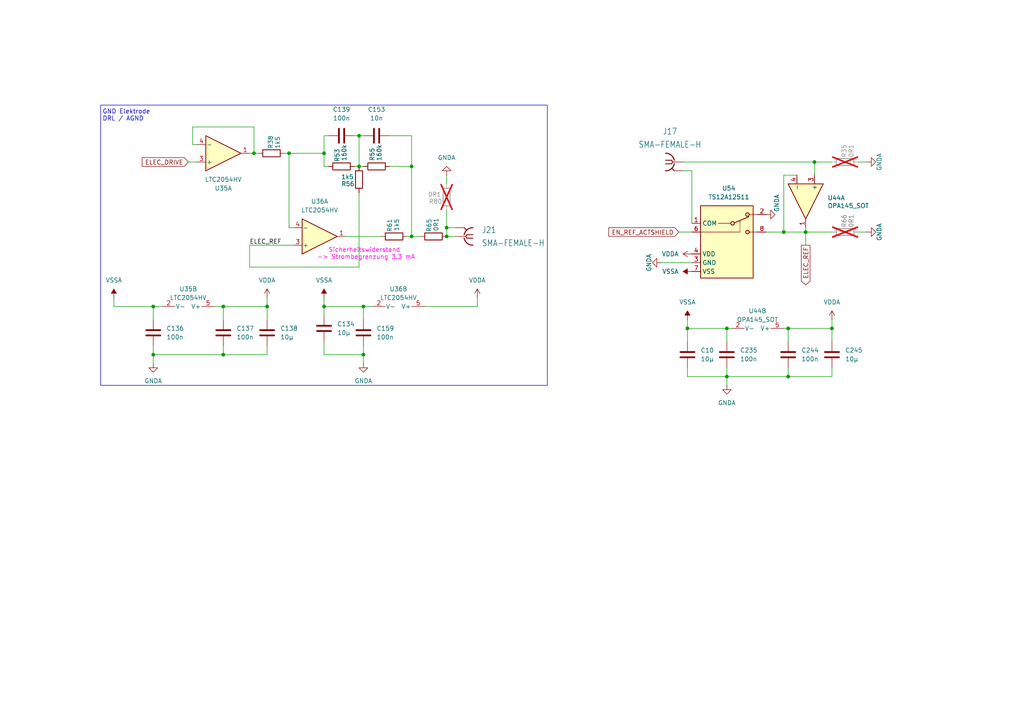
<source format=kicad_sch>
(kicad_sch (version 20250114) (generator "eeschema") (generator_version "9.0")
  (paper "A4")
  (lib_symbols
    (symbol "amplifier:LTC2054HV" (pin_names (offset 0.127)) (exclude_from_sim yes)
      (property "Reference" "U" (at 0 5.08 0))
      (property "Value" "LTC2054" (at 0 -5.08 0))
      (symbol "LTC2054HV_1_1"
        (polyline (pts (xy -5.08 5.08) (xy 5.08 0) (xy -5.08 -5.08) (xy -5.08 5.08)) (stroke (width 0.254)) (fill (type background)))
        (pin input line (at -7.62 2.54 0) (length 2.54) (name "+") (number "3"))
        (pin input line (at -7.62 -2.54 0) (length 2.54) (name "-") (number "4"))
        (pin output line (at 7.62 0 180) (length 2.54) (name "~") (number "1"))
      )
      (symbol "LTC2054HV_2_1"
        (pin power_in line (at 0 7.62 270) (length 3.81) (name "V+") (number "5"))
        (pin power_in line (at 0 -7.62 90) (length 3.81) (name "V-") (number "2"))
      )
    )
    (symbol "amplifier:OPA145_SOT" (pin_names (offset 0.127)) (exclude_from_sim yes)
      (property "Reference" "U" (at 0 5.08 0))
      (property "Value" "OPA145_SOT" (at 0 -5.08 0))
      (symbol "OPA145_SOT_1_1"
        (polyline (pts (xy -5.08 5.08) (xy 5.08 0) (xy -5.08 -5.08) (xy -5.08 5.08)) (stroke (width 0.254)) (fill (type background)))
        (pin input line (at -7.62 2.54 0) (length 2.54) (name "+") (number "3"))
        (pin input line (at -7.62 -2.54 0) (length 2.54) (name "-") (number "4"))
        (pin output line (at 7.62 0 180) (length 2.54) (name "~") (number "1"))
      )
      (symbol "OPA145_SOT_2_1"
        (pin power_in line (at 0 7.62 270) (length 3.81) (name "V+") (number "5"))
        (pin power_in line (at 0 -7.62 90) (length 3.81) (name "V-") (number "2"))
      )
    )
    (symbol "connectors:SMA-FEMALE-H" (exclude_from_sim yes)
      (property "Reference" "J" (at -2.54 3.302 0))
      (property "Value" "SMA-FEMALE-H" (at -3.048 -5.334 0))
      (symbol "SMA-FEMALE-H_1_0"
        (polyline (pts (xy -2.54 0.508) (xy -0.762 0.508)) (stroke (width 0.254)))
        (arc (start 0 -0.508) (mid -0.9022 -1.9838) (end -2.54 -2.54) (stroke (width 0.3048)))
        (arc (start -2.54 2.54) (mid -0.9022 1.9838) (end 0 0.508) (stroke (width 0.3048)))
        (polyline (pts (xy -0.762 0.508) (xy -0.508 0)) (stroke (width 0.254)))
        (polyline (pts (xy -0.762 -0.508) (xy -2.54 -0.508)) (stroke (width 0.254)))
        (polyline (pts (xy -0.508 0) (xy -0.762 -0.508)) (stroke (width 0.254)))
        (polyline (pts (xy 0 0) (xy -0.508 0)) (stroke (width 0.1524)))
        (polyline (pts (xy 0 -2.54) (xy -0.762 -1.778)) (stroke (width 0.254)))
        (pin bidirectional line (at 2.54 0 180) (length 2.54) (name "SIG") (number "1"))
        (pin passive line (at 2.54 -2.54 180) (length 2.54) (name "GND") (number "2"))
      )
    )
    (symbol "passive:C0603" (pin_numbers (hide yes)) (pin_names (offset 0.254))
      (property "Reference" "C" (at 0.635 2.54 0))
      (property "Value" "C0603" (at 0.635 -2.54 0))
      (symbol "C0603_0_1"
        (polyline (pts (xy -2.032 0.762) (xy 2.032 0.762)) (stroke (width 0.508)))
        (polyline (pts (xy -2.032 -0.762) (xy 2.032 -0.762)) (stroke (width 0.508)))
      )
      (symbol "C0603_1_1"
        (pin passive line (at 0 3.81 270) (length 2.794) (name "~") (number "1"))
        (pin passive line (at 0 -3.81 90) (length 2.794) (name "~") (number "2"))
      )
    )
    (symbol "passive:C0805" (pin_numbers (hide yes)) (pin_names (offset 0.254))
      (property "Reference" "C" (at 0.635 2.54 0))
      (property "Value" "C0805" (at 0.635 -2.54 0))
      (symbol "C0805_0_1"
        (polyline (pts (xy -2.032 0.762) (xy 2.032 0.762)) (stroke (width 0.508)))
        (polyline (pts (xy -2.032 -0.762) (xy 2.032 -0.762)) (stroke (width 0.508)))
      )
      (symbol "C0805_1_1"
        (pin passive line (at 0 3.81 270) (length 2.794) (name "~") (number "1"))
        (pin passive line (at 0 -3.81 90) (length 2.794) (name "~") (number "2"))
      )
    )
    (symbol "passive:R0603" (pin_numbers (hide yes)) (pin_names (offset 0))
      (property "Reference" "R" (at 2.032 0 90))
      (property "Value" "R" (at 0 0 90))
      (symbol "R0603_0_1"
        (rectangle (start -1.016 -2.54) (end 1.016 2.54) (stroke (width 0.254)))
      )
      (symbol "R0603_1_1"
        (pin passive line (at 0 3.81 270) (length 1.27) (name "~") (number "1"))
        (pin passive line (at 0 -3.81 90) (length 1.27) (name "~") (number "2"))
      )
    )
    (symbol "power:GND" (power) (pin_numbers (hide yes)) (pin_names (offset 0) (hide yes))
      (property "Value" "GND" (at 0 -3.81 0))
      (symbol "GND_0_1"
        (polyline (pts (xy 0 0) (xy 0 -1.27) (xy 1.27 -1.27) (xy 0 -2.54) (xy -1.27 -1.27) (xy 0 -1.27)))
      )
      (symbol "GND_1_1"
        (pin power_in line (at 0 0 270) (length 0) (name "~") (number "1"))
      )
    )
    (symbol "power:GNDA" (power) (pin_numbers (hide yes)) (pin_names (offset 0) (hide yes))
      (property "Value" "GNDA" (at 0 -3.81 0))
      (symbol "GNDA_0_1"
        (polyline (pts (xy 0 0) (xy 0 -1.27) (xy 1.27 -1.27) (xy 0 -2.54) (xy -1.27 -1.27) (xy 0 -1.27)))
      )
      (symbol "GNDA_1_1"
        (pin power_in line (at 0 0 270) (length 0) (name "~") (number "1"))
      )
    )
    (symbol "power:VDDA" (power) (pin_numbers (hide yes)) (pin_names (offset 0) (hide yes))
      (property "Value" "VDDA" (at 0 3.556 0))
      (symbol "VDDA_0_1"
        (polyline (pts (xy -0.762 1.27) (xy 0 2.54)))
        (polyline (pts (xy 0 2.54) (xy 0.762 1.27)))
        (polyline (pts (xy 0 0) (xy 0 2.54)))
      )
      (symbol "VDDA_1_1"
        (pin power_in line (at 0 0 90) (length 0) (name "~") (number "1"))
      )
    )
    (symbol "power:VSSA" (power) (pin_numbers (hide yes)) (pin_names (offset 0) (hide yes))
      (property "Value" "VSSA" (at 0 3.556 0))
      (symbol "VSSA_0_1"
        (polyline (pts (xy 0 0) (xy 0 2.54)))
        (polyline (pts (xy 0.762 1.27) (xy -0.762 1.27) (xy 0 2.54) (xy 0.762 1.27)) (fill (type outline)))
      )
      (symbol "VSSA_1_1"
        (pin power_in line (at 0 0 90) (length 0) (name "~") (number "1"))
      )
    )
    (symbol "switches:TS12A12511" (exclude_from_sim yes)
      (property "Reference" "U" (at -0.508 3.302 0))
      (property "Value" "TS12A12511" (at -5.842 1.27 0))
      (symbol "TS12A12511_0_1"
        (polyline (pts (xy -6.35 -7.62) (xy 5.08 -7.62)))
        (polyline (pts (xy 0 -5.08) (xy -1.27 -5.08)))
      )
      (symbol "TS12A12511_1_1"
        (rectangle (start -6.35 0) (end 8.89 -20.955) (stroke (width 0.254)) (fill (type background)))
        (polyline (pts (xy 0 -5.08) (xy 2.286 -5.08)))
        (circle (center 2.921 -5.08) (radius 0.508) (stroke (width 0.254)))
        (polyline (pts (xy 3.429 -4.953) (xy 7.62 -3.175)) (stroke (width 0.254)))
        (polyline (pts (xy 5.08 -4.826) (xy 5.08 -4.572)))
        (polyline (pts (xy 5.08 -4.826) (xy 5.08 -4.572)))
        (polyline (pts (xy 5.08 -5.334) (xy 5.08 -5.08)))
        (polyline (pts (xy 5.08 -5.842) (xy 5.08 -5.588)))
        (polyline (pts (xy 5.08 -6.35) (xy 5.08 -6.096)))
        (polyline (pts (xy 5.08 -6.858) (xy 5.08 -6.604)))
        (polyline (pts (xy 5.08 -7.366) (xy 5.08 -7.112)))
        (circle (center 7.239 -2.54) (radius 0.508) (stroke (width 0.254)))
        (circle (center 7.239 -7.62) (radius 0.508) (stroke (width 0.254)))
        (polyline (pts (xy 10.16 -2.54) (xy 7.874 -2.54)))
        (polyline (pts (xy 10.16 -7.62) (xy 7.874 -7.62)))
        (pin passive line (at -8.89 -5.08 0) (length 2.54) (name "COM") (number "1"))
        (pin input line (at -8.89 -7.62 0) (length 2.54) (name "~") (number "6"))
        (pin power_in line (at -8.89 -13.97 0) (length 2.54) (name "VDD") (number "4"))
        (pin passive line (at -8.89 -16.51 0) (length 2.54) (name "GND") (number "3"))
        (pin passive line (at -8.89 -19.05 0) (length 2.54) (name "VSS") (number "7"))
        (pin no_connect line (at 11.43 -19.05 180) (length 2.54) (hide yes) (name "NC") (number "5"))
        (pin passive line (at 12.7 -2.54 180) (length 2.54) (name "~") (number "2"))
        (pin passive line (at 12.7 -7.62 180) (length 2.54) (name "~") (number "8"))
      )
    )
  )
  (rectangle (start 29.21 30.48) (end 158.75 111.76))
  (text "Sicherheitswiderstand \n-> Strombegrenzung 3.3 mA" (at 106.172 73.66 0) (effects (font (size 1.27 1.27))))
  (text "GND Elektrode \nDRL / AGND" (at 29.718 31.75 0) (effects (font (size 1.27 1.27)) (justify left top)))
  (junction (at 129.54 68.58))
  (junction (at 241.3 95.25))
  (junction (at 104.14 39.37))
  (junction (at 64.77 88.9))
  (junction (at 44.45 102.87))
  (junction (at 228.6 109.22))
  (junction (at 129.54 66.04))
  (junction (at 236.22 46.99))
  (junction (at 64.77 102.87))
  (junction (at 228.6 95.25))
  (junction (at 119.38 48.26))
  (junction (at 104.14 48.26))
  (junction (at 93.98 44.45))
  (junction (at 105.41 88.9))
  (junction (at 44.45 88.9))
  (junction (at 233.68 67.31))
  (junction (at 105.41 102.87))
  (junction (at 227.33 67.31))
  (junction (at 77.47 88.9))
  (junction (at 119.38 68.58))
  (junction (at 210.82 109.22))
  (junction (at 199.39 95.25))
  (junction (at 83.82 44.45))
  (junction (at 73.66 44.45))
  (junction (at 210.82 95.25))
  (junction (at 93.98 88.9))
  (wire (pts (xy 64.77 92.71) (xy 64.77 88.9)))
  (wire (pts (xy 199.39 109.22) (xy 210.82 109.22)))
  (wire (pts (xy 199.39 92.71) (xy 199.39 95.25)))
  (wire (pts (xy 222.25 67.31) (xy 227.33 67.31)))
  (wire (pts (xy 64.77 102.87) (xy 44.45 102.87)))
  (wire (pts (xy 241.3 92.71) (xy 241.3 95.25)))
  (wire (pts (xy 199.39 99.06) (xy 199.39 95.25)))
  (wire (pts (xy 210.82 109.22) (xy 210.82 111.76)))
  (wire (pts (xy 64.77 100.33) (xy 64.77 102.87)))
  (wire (pts (xy 77.47 92.71) (xy 77.47 88.9)))
  (wire (pts (xy 105.41 102.87) (xy 105.41 105.41)))
  (wire (pts (xy 132.08 66.04) (xy 129.54 66.04)))
  (wire (pts (xy 82.55 44.45) (xy 83.82 44.45)))
  (wire (pts (xy 199.39 106.68) (xy 199.39 109.22)))
  (wire (pts (xy 44.45 92.71) (xy 44.45 88.9)))
  (wire (pts (xy 119.38 39.37) (xy 113.03 39.37)))
  (wire (pts (xy 210.82 106.68) (xy 210.82 109.22)))
  (wire (pts (xy 241.3 99.06) (xy 241.3 95.25)))
  (wire (pts (xy 44.45 102.87) (xy 44.45 105.41)))
  (wire (pts (xy 233.68 67.31) (xy 233.68 71.12)))
  (wire (pts (xy 121.92 68.58) (xy 119.38 68.58)))
  (wire (pts (xy 196.85 67.31) (xy 200.66 67.31)))
  (wire (pts (xy 129.54 50.8) (xy 129.54 53.34)))
  (wire (pts (xy 199.39 95.25) (xy 210.82 95.25)))
  (wire (pts (xy 118.11 68.58) (xy 119.38 68.58)))
  (wire (pts (xy 231.14 50.8) (xy 227.33 50.8)))
  (wire (pts (xy 33.02 86.36) (xy 33.02 88.9)))
  (wire (pts (xy 93.98 86.36) (xy 93.98 88.9)))
  (wire (pts (xy 191.77 76.2) (xy 200.66 76.2)))
  (wire (pts (xy 198.12 46.99) (xy 236.22 46.99)))
  (wire (pts (xy 119.38 39.37) (xy 119.38 48.26)))
  (wire (pts (xy 104.14 48.26) (xy 105.41 48.26)))
  (wire (pts (xy 228.6 99.06) (xy 228.6 95.25)))
  (wire (pts (xy 102.87 48.26) (xy 104.14 48.26)))
  (wire (pts (xy 62.23 88.9) (xy 64.77 88.9)))
  (wire (pts (xy 228.6 109.22) (xy 241.3 109.22)))
  (wire (pts (xy 93.98 88.9) (xy 105.41 88.9)))
  (wire (pts (xy 233.68 67.31) (xy 227.33 67.31)))
  (wire (pts (xy 138.43 86.36) (xy 138.43 88.9)))
  (wire (pts (xy 104.14 39.37) (xy 104.14 48.26)))
  (wire (pts (xy 105.41 88.9) (xy 107.95 88.9)))
  (wire (pts (xy 95.25 48.26) (xy 93.98 48.26)))
  (wire (pts (xy 55.88 41.91) (xy 57.15 41.91)))
  (wire (pts (xy 93.98 99.06) (xy 93.98 102.87)))
  (wire (pts (xy 72.39 44.45) (xy 73.66 44.45)))
  (wire (pts (xy 227.33 95.25) (xy 228.6 95.25)))
  (wire (pts (xy 119.38 68.58) (xy 119.38 48.26)))
  (wire (pts (xy 83.82 44.45) (xy 83.82 66.04)))
  (wire (pts (xy 73.66 44.45) (xy 74.93 44.45)))
  (wire (pts (xy 104.14 55.88) (xy 104.14 77.47)))
  (wire (pts (xy 102.87 39.37) (xy 104.14 39.37)))
  (wire (pts (xy 73.66 36.83) (xy 55.88 36.83)))
  (wire (pts (xy 236.22 46.99) (xy 236.22 50.8)))
  (wire (pts (xy 72.39 71.12) (xy 85.09 71.12)))
  (wire (pts (xy 104.14 39.37) (xy 105.41 39.37)))
  (wire (pts (xy 228.6 95.25) (xy 241.3 95.25)))
  (wire (pts (xy 93.98 102.87) (xy 105.41 102.87)))
  (wire (pts (xy 129.54 68.58) (xy 132.08 68.58)))
  (wire (pts (xy 105.41 88.9) (xy 105.41 92.71)))
  (wire (pts (xy 105.41 100.33) (xy 105.41 102.87)))
  (wire (pts (xy 210.82 109.22) (xy 228.6 109.22)))
  (wire (pts (xy 83.82 66.04) (xy 85.09 66.04)))
  (wire (pts (xy 129.54 60.96) (xy 129.54 66.04)))
  (wire (pts (xy 123.19 88.9) (xy 138.43 88.9)))
  (wire (pts (xy 241.3 46.99) (xy 236.22 46.99)))
  (wire (pts (xy 104.14 77.47) (xy 72.39 77.47)))
  (wire (pts (xy 113.03 48.26) (xy 119.38 48.26)))
  (wire (pts (xy 54.61 46.99) (xy 57.15 46.99)))
  (wire (pts (xy 93.98 39.37) (xy 95.25 39.37)))
  (wire (pts (xy 200.66 49.53) (xy 200.66 64.77)))
  (wire (pts (xy 129.54 66.04) (xy 129.54 68.58)))
  (wire (pts (xy 64.77 88.9) (xy 77.47 88.9)))
  (wire (pts (xy 228.6 106.68) (xy 228.6 109.22)))
  (wire (pts (xy 251.46 46.99) (xy 248.92 46.99)))
  (wire (pts (xy 77.47 86.36) (xy 77.47 88.9)))
  (wire (pts (xy 73.66 44.45) (xy 73.66 36.83)))
  (wire (pts (xy 248.92 67.31) (xy 251.46 67.31)))
  (wire (pts (xy 227.33 50.8) (xy 227.33 67.31)))
  (wire (pts (xy 64.77 102.87) (xy 77.47 102.87)))
  (wire (pts (xy 241.3 109.22) (xy 241.3 106.68)))
  (wire (pts (xy 200.66 49.53) (xy 198.12 49.53)))
  (wire (pts (xy 77.47 102.87) (xy 77.47 100.33)))
  (wire (pts (xy 93.98 88.9) (xy 93.98 91.44)))
  (wire (pts (xy 93.98 39.37) (xy 93.98 44.45)))
  (wire (pts (xy 93.98 44.45) (xy 93.98 48.26)))
  (wire (pts (xy 44.45 100.33) (xy 44.45 102.87)))
  (wire (pts (xy 83.82 44.45) (xy 93.98 44.45)))
  (wire (pts (xy 233.68 67.31) (xy 241.3 67.31)))
  (wire (pts (xy 44.45 88.9) (xy 46.99 88.9)))
  (wire (pts (xy 210.82 95.25) (xy 212.09 95.25)))
  (wire (pts (xy 55.88 36.83) (xy 55.88 41.91)))
  (wire (pts (xy 72.39 77.47) (xy 72.39 71.12)))
  (wire (pts (xy 233.68 66.04) (xy 233.68 67.31)))
  (wire (pts (xy 210.82 99.06) (xy 210.82 95.25)))
  (wire (pts (xy 100.33 68.58) (xy 110.49 68.58)))
  (wire (pts (xy 33.02 88.9) (xy 44.45 88.9)))
  (label "ELEC_REF" (at 72.39 71.12 0))
  (global_label "EN_REF_ACTSHIELD" (shape input) (at 196.85 67.31 180) (property "Intersheetrefs" "${INTERSHEET_REFS}" (effects (hide yes))))
  (global_label "ELEC_DRIVE" (shape input) (at 54.61 46.99 180) (property "Intersheetrefs" "${INTERSHEET_REFS}" (effects (hide yes))))
  (global_label "ELEC_REF" (shape output) (at 233.68 71.12 270) (property "Intersheetrefs" "${INTERSHEET_REFS}" (effects (hide yes))))
  (symbol (lib_id "power:VSSA") (at 199.39 92.71 0) (unit 1)
    (property "Reference" "#PWR014" (effects (hide yes)))
    (property "Value" "VSSA" (at 199.39 87.63 0))
    (property "Description" "Power symbol creates a global label with name \"VSSA\"" (effects (hide yes)))
  )
  (symbol (lib_id "passive:C0805") (at 93.98 95.25 0) (unit 1)
    (property "Reference" "C134" (at 97.79 93.9799 0) (effects (justify left)))
    (property "Value" "10µ" (at 97.79 96.5199 0) (effects (justify left)))
    (property "Footprint" "Capacitor_SMD:C_0603_1608Metric" (effects (hide yes)))
    (property "Description" "Unpolarized capacitor" (effects (hide yes)))
  )
  (symbol (lib_id "amplifier:OPA145_SOT") (at 115.57 88.9 270) (mirror x) (unit 2) (exclude_from_sim yes)
    (property "Reference" "U36" (at 115.57 83.82 90))
    (property "Value" "LTC2054HV" (at 115.57 86.36 90))
    (property "Footprint" "Package_TO_SOT_SMD:SOT-23-5_HandSoldering" (effects (hide yes)))
    (property "Datasheet" "https://www.ti.com/lit/ds/symlink/opa2145.pdf?ts=1726910918744&ref_url=https%253A%252F%252Fwww.ti.com%252Fproduct%252FOPA2145" (effects (hide yes)))
    (property "Description" "OPAx145 High-Precision, Low-Noise, Rail-to-Rail Output, 5.5-MHz JFET Operational Amplifiers" (effects (hide yes)))
  )
  (symbol (lib_id "passive:R0603") (at 129.54 57.15 0) (unit 1) (in_bom no) (dnp yes)
    (property "Reference" "R80" (at 128.27 58.42 0) (effects (justify right)))
    (property "Value" "0R1" (at 128.016 56.388 0) (effects (justify right)))
    (property "Footprint" "Resistor_SMD:R_0603_1608Metric" (effects (hide yes)))
    (property "Description" "Resistor" (effects (hide yes)))
  )
  (symbol (lib_id "passive:R0603") (at 99.06 48.26 270) (unit 1)
    (property "Reference" "R53" (at 97.79 46.99 0) (effects (justify right)))
    (property "Value" "160k" (at 99.822 46.736 0) (effects (justify right)))
    (property "Footprint" "Resistor_SMD:R_0603_1608Metric" (effects (hide yes)))
    (property "Description" "Resistor" (effects (hide yes)))
  )
  (symbol (lib_id "passive:C0603") (at 210.82 102.87 0) (unit 1)
    (property "Reference" "C235" (at 214.63 101.5999 0) (effects (justify left)))
    (property "Value" "100n" (at 214.63 104.1399 0) (effects (justify left)))
    (property "Footprint" "Capacitor_SMD:C_0603_1608Metric" (effects (hide yes)))
    (property "Description" "Unpolarized capacitor" (effects (hide yes)))
  )
  (symbol (lib_id "amplifier:LTC2054HV") (at 64.77 44.45 0) (mirror x) (unit 1) (exclude_from_sim yes)
    (property "Reference" "U35" (at 64.77 54.61 0))
    (property "Value" "LTC2054HV" (at 64.77 52.07 0))
    (property "Footprint" "Package_TO_SOT_SMD:SOT-23-5_HandSoldering" (effects (hide yes)))
    (property "Datasheet" "https://www.analog.com/media/en/technical-documentation/data-sheets/20545fc.pdf" (effects (hide yes)))
    (property "Description" "Single/Dual Micropower Zero-Drift Operational Amplifiers" (effects (hide yes)))
  )
  (symbol (lib_id "amplifier:LTC2054HV") (at 92.71 68.58 0) (mirror x) (unit 1) (exclude_from_sim yes)
    (property "Reference" "U36" (at 92.71 58.42 0))
    (property "Value" "LTC2054HV" (at 92.71 60.96 0))
    (property "Footprint" "Package_TO_SOT_SMD:SOT-23-5_HandSoldering" (effects (hide yes)))
    (property "Datasheet" "https://www.analog.com/media/en/technical-documentation/data-sheets/20545fc.pdf" (effects (hide yes)))
    (property "Description" "Single/Dual Micropower Zero-Drift Operational Amplifiers" (effects (hide yes)))
  )
  (symbol (lib_id "passive:C0805") (at 199.39 102.87 0) (unit 1)
    (property "Reference" "C10" (at 203.2 101.5999 0) (effects (justify left)))
    (property "Value" "10µ" (at 203.2 104.1399 0) (effects (justify left)))
    (property "Footprint" "Capacitor_SMD:C_0603_1608Metric" (effects (hide yes)))
    (property "Description" "Unpolarized capacitor" (effects (hide yes)))
  )
  (symbol (lib_id "power:VDDA") (at 200.66 73.66 90) (unit 1)
    (property "Reference" "#PWR0187" (effects (hide yes)))
    (property "Value" "VDDA" (at 196.85 73.6599 90) (effects (justify left)))
    (property "Description" "Power symbol creates a global label with name \"VDDA\"" (effects (hide yes)))
  )
  (symbol (lib_id "power:GNDA") (at 222.25 62.23 90) (unit 1)
    (property "Reference" "#PWR0262" (effects (hide yes)))
    (property "Value" "GNDA" (at 225.298 58.928 0))
    (property "Description" "Power symbol creates a global label with name \"GNDA\" , analog ground" (effects (hide yes)))
  )
  (symbol (lib_id "passive:C0603") (at 105.41 96.52 0) (unit 1)
    (property "Reference" "C159" (at 109.22 95.2499 0) (effects (justify left)))
    (property "Value" "100n" (at 109.22 97.7899 0) (effects (justify left)))
    (property "Footprint" "Capacitor_SMD:C_0603_1608Metric" (effects (hide yes)))
    (property "Description" "Unpolarized capacitor" (effects (hide yes)))
  )
  (symbol (lib_id "passive:C0603") (at 109.22 39.37 90) (unit 1)
    (property "Reference" "C153" (at 109.22 31.75 90))
    (property "Value" "10n" (at 109.22 34.29 90))
    (property "Footprint" "Capacitor_SMD:C_0603_1608Metric" (effects (hide yes)))
    (property "Description" "Unpolarized capacitor" (effects (hide yes)))
  )
  (symbol (lib_id "connectors:SMA-FEMALE-H") (at 134.62 68.58 180) (unit 1) (exclude_from_sim yes)
    (property "Reference" "J21" (at 139.7 66.675 0) (effects (font (size 1.778 1.5113)) (justify right)))
    (property "Value" "SMA-FEMALE-H" (at 139.7 70.485 0) (effects (font (size 1.778 1.5113)) (justify right)))
    (property "Footprint" "connectors:SMA_Samtec_SMA-J-P-H-ST-EM1_EdgeMount" (effects (hide yes)))
  )
  (symbol (lib_id "power:GNDA") (at 129.54 50.8 180) (unit 1)
    (property "Reference" "#PWR0204" (effects (hide yes)))
    (property "Value" "GNDA" (at 129.54 45.72 0))
    (property "Description" "Power symbol creates a global label with name \"GNDA\" , analog ground" (effects (hide yes)))
  )
  (symbol (lib_id "passive:R0603") (at 109.22 48.26 270) (unit 1)
    (property "Reference" "R55" (at 107.95 46.736 0) (effects (justify right)))
    (property "Value" "160k" (at 109.982 46.736 0) (effects (justify right)))
    (property "Footprint" "Resistor_SMD:R_0603_1608Metric" (effects (hide yes)))
    (property "Description" "Resistor" (effects (hide yes)))
  )
  (symbol (lib_id "passive:C0805") (at 241.3 102.87 0) (unit 1)
    (property "Reference" "C245" (at 245.11 101.5999 0) (effects (justify left)))
    (property "Value" "10µ" (at 245.11 104.1399 0) (effects (justify left)))
    (property "Footprint" "Capacitor_SMD:C_0603_1608Metric" (effects (hide yes)))
    (property "Description" "Unpolarized capacitor" (effects (hide yes)))
  )
  (symbol (lib_id "passive:R0603") (at 104.14 52.07 0) (unit 1)
    (property "Reference" "R56" (at 102.87 53.34 0) (effects (justify right)))
    (property "Value" "1k5" (at 102.616 51.308 0) (effects (justify right)))
    (property "Footprint" "Resistor_SMD:R_0603_1608Metric" (effects (hide yes)))
    (property "Description" "Resistor" (effects (hide yes)))
  )
  (symbol (lib_id "power:GNDA") (at 105.41 105.41 0) (unit 1)
    (property "Reference" "#PWR0201" (effects (hide yes)))
    (property "Value" "GNDA" (at 105.41 110.49 0))
    (property "Description" "Power symbol creates a global label with name \"GNDA\" , analog ground" (effects (hide yes)))
  )
  (symbol (lib_id "connectors:SMA-FEMALE-H") (at 195.58 46.99 0) (unit 1) (exclude_from_sim yes)
    (property "Reference" "J17" (at 194.31 38.1 0) (effects (font (size 1.778 1.5113))))
    (property "Value" "SMA-FEMALE-H" (at 194.31 41.91 0) (effects (font (size 1.778 1.5113))))
    (property "Footprint" "connectors:SMA_Samtec_SMA-J-P-H-ST-EM1_EdgeMount" (effects (hide yes)))
  )
  (symbol (lib_id "switches:TS12A12511") (at 209.55 59.69 0) (unit 1) (exclude_from_sim yes)
    (property "Reference" "U54" (at 211.3915 54.61 0))
    (property "Value" "TS12A12511" (at 211.3915 57.15 0))
    (property "Footprint" "Package_TO_SOT_SMD:SOT-23-8" (effects (hide yes)))
    (property "Datasheet" "https://www.ti.com/lit/ds/symlink/ts12a12511.pdf?ts=1732717344520&ref_url=https%253A%252F%252Fwww.ti.com%252Fproduct%252FTS12A12511" (effects (hide yes)))
    (property "Description" "5-Ω Single-Channel SPDT Analog Switch With Negative Signaling Capability" (effects (hide yes)))
  )
  (symbol (lib_id "power:GNDA") (at 44.45 105.41 0) (unit 1)
    (property "Reference" "#PWR0185" (effects (hide yes)))
    (property "Value" "GNDA" (at 44.45 110.49 0))
    (property "Description" "Power symbol creates a global label with name \"GNDA\" , analog ground" (effects (hide yes)))
  )
  (symbol (lib_id "power:VDDA") (at 77.47 86.36 0) (unit 1)
    (property "Reference" "#PWR0199" (effects (hide yes)))
    (property "Value" "VDDA" (at 77.47 81.28 0))
    (property "Description" "Power symbol creates a global label with name \"VDDA\"" (effects (hide yes)))
  )
  (symbol (lib_id "passive:C0805") (at 77.47 96.52 0) (unit 1)
    (property "Reference" "C138" (at 81.28 95.2499 0) (effects (justify left)))
    (property "Value" "10µ" (at 81.28 97.7899 0) (effects (justify left)))
    (property "Footprint" "Capacitor_SMD:C_0603_1608Metric" (effects (hide yes)))
    (property "Description" "Unpolarized capacitor" (effects (hide yes)))
  )
  (symbol (lib_id "power:GNDA") (at 210.82 111.76 0) (unit 1)
    (property "Reference" "#PWR0263" (effects (hide yes)))
    (property "Value" "GNDA" (at 210.82 116.84 0))
    (property "Description" "Power symbol creates a global label with name \"GNDA\" , analog ground" (effects (hide yes)))
  )
  (symbol (lib_id "power:VSSA") (at 93.98 86.36 0) (unit 1)
    (property "Reference" "#PWR0200" (effects (hide yes)))
    (property "Value" "VSSA" (at 93.98 81.28 0))
    (property "Description" "Power symbol creates a global label with name \"VSSA\"" (effects (hide yes)))
  )
  (symbol (lib_id "passive:C0603") (at 99.06 39.37 90) (unit 1)
    (property "Reference" "C139" (at 99.06 31.75 90))
    (property "Value" "100n" (at 99.06 34.29 90))
    (property "Footprint" "Capacitor_SMD:C_0603_1608Metric" (effects (hide yes)))
    (property "Description" "Unpolarized capacitor" (effects (hide yes)))
  )
  (symbol (lib_id "power:VSSA") (at 200.66 78.74 90) (unit 1)
    (property "Reference" "#PWR0286" (effects (hide yes)))
    (property "Value" "VSSA" (at 196.85 78.7399 90) (effects (justify left)))
    (property "Description" "Power symbol creates a global label with name \"VSSA\"" (effects (hide yes)))
  )
  (symbol (lib_id "power:VSSA") (at 33.02 86.36 0) (unit 1)
    (property "Reference" "#PWR0184" (effects (hide yes)))
    (property "Value" "VSSA" (at 33.02 81.28 0))
    (property "Description" "Power symbol creates a global label with name \"VSSA\"" (effects (hide yes)))
  )
  (symbol (lib_id "power:VDDA") (at 138.43 86.36 0) (unit 1)
    (property "Reference" "#PWR0203" (effects (hide yes)))
    (property "Value" "VDDA" (at 138.43 81.28 0))
    (property "Description" "Power symbol creates a global label with name \"VDDA\"" (effects (hide yes)))
  )
  (symbol (lib_id "passive:C0603") (at 228.6 102.87 0) (unit 1)
    (property "Reference" "C244" (at 232.41 101.5999 0) (effects (justify left)))
    (property "Value" "100n" (at 232.41 104.1399 0) (effects (justify left)))
    (property "Footprint" "Capacitor_SMD:C_0603_1608Metric" (effects (hide yes)))
    (property "Description" "Unpolarized capacitor" (effects (hide yes)))
  )
  (symbol (lib_id "power:GND") (at 191.77 76.2 270) (unit 1)
    (property "Reference" "#PWR0287" (effects (hide yes)))
    (property "Value" "GNDA" (at 188.214 76.2 0))
    (property "Description" "Power symbol creates a global label with name \"GND\" , ground" (effects (hide yes)))
  )
  (symbol (lib_id "amplifier:OPA145_SOT") (at 54.61 88.9 270) (unit 2) (exclude_from_sim yes)
    (property "Reference" "U35" (at 54.61 83.82 90))
    (property "Value" "LTC2054HV" (at 54.61 86.36 90))
    (property "Footprint" "Package_TO_SOT_SMD:SOT-23-5_HandSoldering" (effects (hide yes)))
    (property "Datasheet" "https://www.ti.com/lit/ds/symlink/opa2145.pdf?ts=1726910918744&ref_url=https%253A%252F%252Fwww.ti.com%252Fproduct%252FOPA2145" (effects (hide yes)))
    (property "Description" "OPAx145 High-Precision, Low-Noise, Rail-to-Rail Output, 5.5-MHz JFET Operational Amplifiers" (effects (hide yes)))
  )
  (symbol (lib_id "amplifier:OPA145_SOT") (at 233.68 58.42 270) (unit 1) (exclude_from_sim yes)
    (property "Reference" "U44" (at 240.03 57.404 90) (effects (justify left)))
    (property "Value" "OPA145_SOT" (at 240.03 59.6899 90) (effects (justify left)))
    (property "Footprint" "Package_TO_SOT_SMD:SOT-23-5_HandSoldering" (effects (hide yes)))
    (property "Datasheet" "https://www.ti.com/lit/ds/symlink/opa2145.pdf?ts=1726910918744&ref_url=https%253A%252F%252Fwww.ti.com%252Fproduct%252FOPA2145" (effects (hide yes)))
    (property "Description" "OPAx145 High-Precision, Low-Noise, Rail-to-Rail Output, 5.5-MHz JFET Operational Amplifiers" (effects (hide yes)))
  )
  (symbol (lib_id "power:GND") (at 251.46 67.31 90) (unit 1)
    (property "Reference" "#PWR0227" (effects (hide yes)))
    (property "Value" "GNDA" (at 255.016 67.31 0))
    (property "Description" "Power symbol creates a global label with name \"GND\" , ground" (effects (hide yes)))
  )
  (symbol (lib_id "passive:R0603") (at 245.11 67.31 270) (unit 1) (in_bom no) (dnp yes)
    (property "Reference" "R66" (at 244.856 66.04 0) (effects (justify right)))
    (property "Value" "0R1" (at 246.888 66.04 0) (effects (justify right)))
    (property "Footprint" "Resistor_SMD:R_0603_1608Metric" (effects (hide yes)))
    (property "Description" "Resistor" (effects (hide yes)))
  )
  (symbol (lib_id "passive:C0603") (at 64.77 96.52 0) (unit 1)
    (property "Reference" "C137" (at 68.58 95.2499 0) (effects (justify left)))
    (property "Value" "100n" (at 68.58 97.7899 0) (effects (justify left)))
    (property "Footprint" "Capacitor_SMD:C_0603_1608Metric" (effects (hide yes)))
    (property "Description" "Unpolarized capacitor" (effects (hide yes)))
  )
  (symbol (lib_id "amplifier:OPA145_SOT") (at 219.71 95.25 270) (unit 2) (exclude_from_sim yes)
    (property "Reference" "U44" (at 219.71 90.17 90))
    (property "Value" "OPA145_SOT" (at 219.71 92.71 90))
    (property "Footprint" "Package_TO_SOT_SMD:SOT-23-5_HandSoldering" (effects (hide yes)))
    (property "Datasheet" "https://www.ti.com/lit/ds/symlink/opa2145.pdf?ts=1726910918744&ref_url=https%253A%252F%252Fwww.ti.com%252Fproduct%252FOPA2145" (effects (hide yes)))
    (property "Description" "OPAx145 High-Precision, Low-Noise, Rail-to-Rail Output, 5.5-MHz JFET Operational Amplifiers" (effects (hide yes)))
  )
  (symbol (lib_id "passive:R0603") (at 245.11 46.99 270) (unit 1) (in_bom no) (dnp yes)
    (property "Reference" "R35" (at 244.856 45.72 0) (effects (justify right)))
    (property "Value" "0R1" (at 246.888 45.72 0) (effects (justify right)))
    (property "Footprint" "Resistor_SMD:R_0603_1608Metric" (effects (hide yes)))
    (property "Description" "Resistor" (effects (hide yes)))
  )
  (symbol (lib_id "power:GND") (at 251.46 46.99 90) (unit 1)
    (property "Reference" "#PWR0181" (effects (hide yes)))
    (property "Value" "GNDA" (at 255.016 46.99 0))
    (property "Description" "Power symbol creates a global label with name \"GND\" , ground" (effects (hide yes)))
  )
  (symbol (lib_id "passive:R0603") (at 114.3 68.58 270) (unit 1)
    (property "Reference" "R61" (at 113.03 67.31 0) (effects (justify right)))
    (property "Value" "1k5" (at 115.062 67.056 0) (effects (justify right)))
    (property "Footprint" "Resistor_SMD:R_0603_1608Metric" (effects (hide yes)))
    (property "Description" "Resistor" (effects (hide yes)))
  )
  (symbol (lib_id "passive:C0603") (at 44.45 96.52 0) (unit 1)
    (property "Reference" "C136" (at 48.26 95.2499 0) (effects (justify left)))
    (property "Value" "100n" (at 48.26 97.7899 0) (effects (justify left)))
    (property "Footprint" "Capacitor_SMD:C_0603_1608Metric" (effects (hide yes)))
    (property "Description" "Unpolarized capacitor" (effects (hide yes)))
  )
  (symbol (lib_id "passive:R0603") (at 125.73 68.58 270) (unit 1)
    (property "Reference" "R65" (at 124.46 67.31 0) (effects (justify right)))
    (property "Value" "0R1" (at 126.492 67.056 0) (effects (justify right)))
    (property "Footprint" "Resistor_SMD:R_0603_1608Metric" (effects (hide yes)))
    (property "Description" "Resistor" (effects (hide yes)))
  )
  (symbol (lib_id "power:VDDA") (at 241.3 92.71 0) (unit 1)
    (property "Reference" "#PWR0236" (effects (hide yes)))
    (property "Value" "VDDA" (at 241.3 87.63 0))
    (property "Description" "Power symbol creates a global label with name \"VDDA\"" (effects (hide yes)))
  )
  (symbol (lib_id "passive:R0603") (at 78.74 44.45 270) (unit 1)
    (property "Reference" "R38" (at 78.486 43.18 0) (effects (justify right)))
    (property "Value" "1k5" (at 80.518 43.18 0) (effects (justify right)))
    (property "Footprint" "Resistor_SMD:R_0603_1608Metric" (effects (hide yes)))
    (property "Description" "Resistor" (effects (hide yes)))
  )
)
</source>
